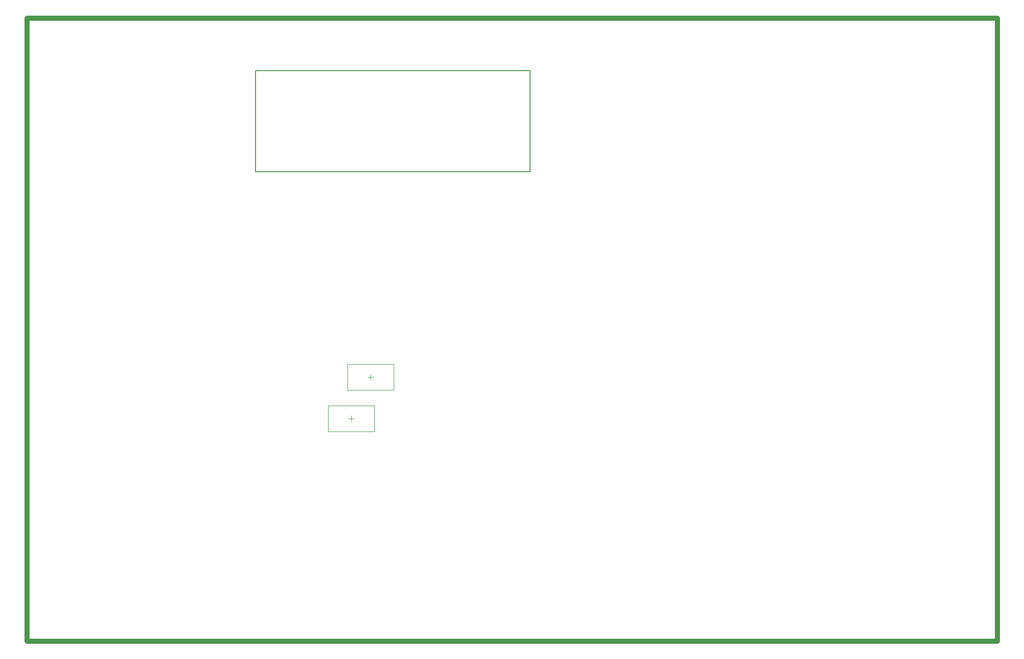
<source format=gko>
G04*
G04 #@! TF.GenerationSoftware,Altium Limited,Altium Designer,22.8.2 (66)*
G04*
G04 Layer_Color=16711935*
%FSLAX25Y25*%
%MOIN*%
G70*
G04*
G04 #@! TF.SameCoordinates,BEF1E4EC-90C0-4ACD-898C-557356F843F1*
G04*
G04*
G04 #@! TF.FilePolarity,Positive*
G04*
G01*
G75*
%ADD16C,0.00500*%
%ADD19C,0.00197*%
%ADD20C,0.00394*%
%ADD89C,0.03500*%
D16*
X164941Y338764D02*
Y411756D01*
Y338764D02*
X362933D01*
Y411756D01*
X164941D02*
X362933D01*
X164941Y338764D02*
Y411756D01*
Y338764D02*
X362933D01*
Y411756D01*
X164941D02*
X362933D01*
D19*
X217465Y151285D02*
Y169789D01*
X250535Y151285D02*
Y169789D01*
X217465D02*
X250535D01*
X217465Y151285D02*
X250535D01*
X231465Y181285D02*
Y199789D01*
X264535Y181285D02*
Y199789D01*
X231465D02*
X264535D01*
X231465Y181285D02*
X264535D01*
D20*
X232031Y160537D02*
X235968D01*
X234000Y158569D02*
Y162505D01*
X246031Y190537D02*
X249969D01*
X248000Y188568D02*
Y192506D01*
D89*
X0Y0D02*
X700000D01*
X700000Y450000D02*
X700000Y0D01*
X0Y450000D02*
X700000D01*
X0Y0D02*
Y450000D01*
M02*

</source>
